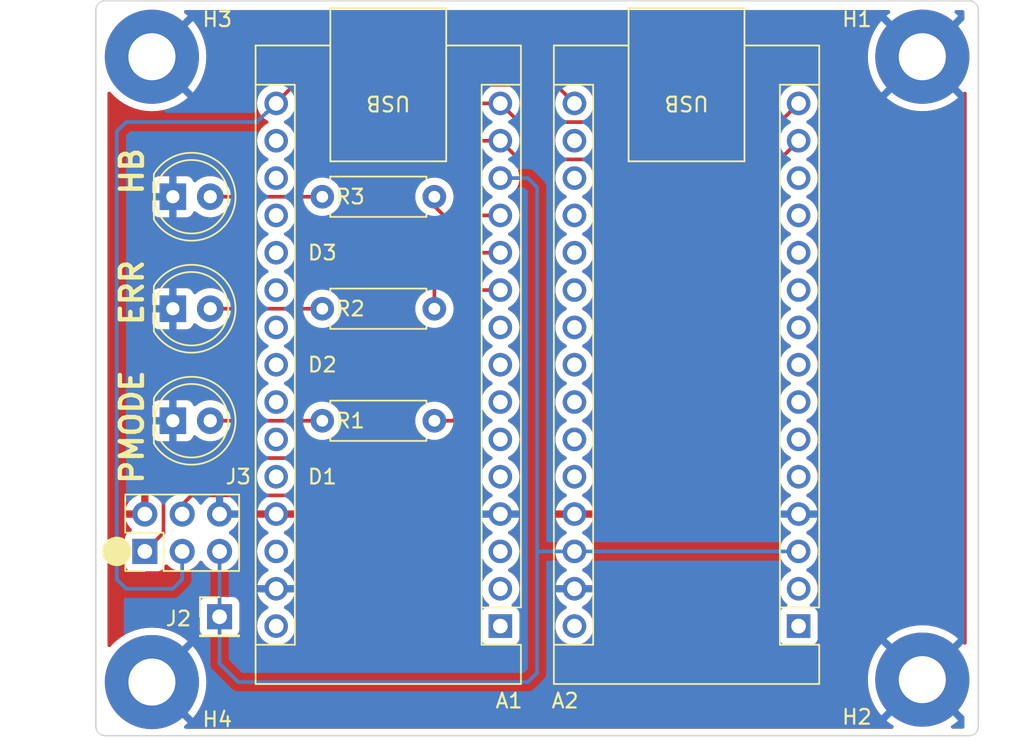
<source format=kicad_pcb>
(kicad_pcb (version 20221018) (generator pcbnew)
  (layers (0 "F.Cu" signal) (31 "B.Cu" signal) (34 "B.Paste" user) (35 "F.Paste" user) (36 "B.SilkS" user "B.Silkscreen") (37 "F.SilkS" user "F.Silkscreen") (38 "B.Mask" user) (39 "F.Mask" user) (44 "Edge.Cuts" user))
  (net 0 "")
  (net 4 "GND")
  (net 10 "Net-(A1-D7)")
  (net 11 "Net-(A1-D8)")
  (net 12 "Net-(A1-D9)")
  (net 13 "D10_RST")
  (net 14 "D11")
  (net 15 "D12")
  (net 16 "D13")
  (net 51 "Net-(D1-A)")
  (net 52 "Net-(D2-A)")
  (net 53 "Net-(D3-A)")
  (net 54 "5V")
  (footprint "Resistor_THT:R_Axial_DIN0207_L6.3mm_D2.5mm_P7.62mm_Horizontal" (layer "F.Cu") (at 102.39 82.55 180)
    (fp_text reference "R3" (at 5.715 0) (layer "F.SilkS"))
    (fp_text value "R_Small")
    (fp_line (start 0.54 -1.37) (end 7.08 -1.37) (stroke (width 0.12)) (layer "F.SilkS"))
    (fp_line (start 0.54 -1.04) (end 0.54 -1.37) (stroke (width 0.12)) (layer "F.SilkS"))
    (fp_line (start 0.54 1.04) (end 0.54 1.37) (stroke (width 0.12)) (layer "F.SilkS"))
    (fp_line (start 0.54 1.37) (end 7.08 1.37) (stroke (width 0.12)) (layer "F.SilkS"))
    (fp_line (start 7.08 -1.37) (end 7.08 -1.04) (stroke (width 0.12)) (layer "F.SilkS"))
    (fp_line (start 7.08 1.37) (end 7.08 1.04) (stroke (width 0.12)) (layer "F.SilkS"))
    (pad "1" thru_hole circle (at 0 0 180) (size 1.6 1.6) (drill 0.8) (layers "*.Cu" "*.Mask") (net 12 "Net-(A1-D9)"))
    (pad "2" thru_hole oval (at 7.62 0 180) (size 1.6 1.6) (drill 0.8) (layers "*.Cu" "*.Mask") (net 53 "Net-(D3-A)"))
  )
  (footprint "MountingHole:MountingHole_3.2mm_M3_Pad" (layer "F.Cu") (at 135.565 115.405)
    (fp_text reference "H2" (at -4.445 2.54) (layer "F.SilkS"))
    (fp_text value "MountingHole_Pad")
    (pad "1" thru_hole circle locked (at 0 0) (size 6.4 6.4) (drill 3.2) (layers "*.Cu" "*.Mask") (net 4 "GND"))
  )
  (footprint "Resistor_THT:R_Axial_DIN0207_L6.3mm_D2.5mm_P7.62mm_Horizontal" (layer "F.Cu") (at 94.77 97.79)
    (fp_text reference "R1" (at 1.905 0) (layer "F.SilkS"))
    (fp_text value "R_Small")
    (fp_line (start 0.54 -1.37) (end 7.08 -1.37) (stroke (width 0.12)) (layer "F.SilkS"))
    (fp_line (start 0.54 -1.04) (end 0.54 -1.37) (stroke (width 0.12)) (layer "F.SilkS"))
    (fp_line (start 0.54 1.04) (end 0.54 1.37) (stroke (width 0.12)) (layer "F.SilkS"))
    (fp_line (start 0.54 1.37) (end 7.08 1.37) (stroke (width 0.12)) (layer "F.SilkS"))
    (fp_line (start 7.08 -1.37) (end 7.08 -1.04) (stroke (width 0.12)) (layer "F.SilkS"))
    (fp_line (start 7.08 1.37) (end 7.08 1.04) (stroke (width 0.12)) (layer "F.SilkS"))
    (pad "1" thru_hole circle (at 0 0) (size 1.6 1.6) (drill 0.8) (layers "*.Cu" "*.Mask") (net 51 "Net-(D1-A)"))
    (pad "2" thru_hole oval (at 7.62 0) (size 1.6 1.6) (drill 0.8) (layers "*.Cu" "*.Mask") (net 10 "Net-(A1-D7)"))
  )
  (footprint "LED_THT:LED_D5.0mm" (layer "F.Cu") (at 84.61 97.79)
    (fp_text reference "D1" (at 10.16 3.81) (layer "F.SilkS"))
    (fp_text value "LED")
    (fp_line (start -1.29 -1.545) (end -1.29 1.545) (stroke (width 0.12)) (layer "F.SilkS"))
    (fp_arc (start -1.29 -1.54483) (mid 2.072002 -2.880433) (end 4.26 0.000462) (stroke (width 0.12)) (layer "F.SilkS"))
    (fp_arc (start 4.26 -0.000462) (mid 2.072002 2.880433) (end -1.29 1.54483) (stroke (width 0.12)) (layer "F.SilkS"))
    (fp_circle (center 1.27 0) (end 3.77 0) (stroke (width 0.12)) (fill none) (layer "F.SilkS"))
    (pad "1" thru_hole rect (at 0 0) (size 1.8 1.8) (drill 0.9) (layers "*.Cu" "*.Mask") (net 4 "GND"))
    (pad "2" thru_hole circle (at 2.54 0) (size 1.8 1.8) (drill 0.9) (layers "*.Cu" "*.Mask") (net 51 "Net-(D1-A)"))
  )
  (footprint "LED_THT:LED_D5.0mm" (layer "F.Cu") (at 84.61 82.55)
    (fp_text reference "D3" (at 10.16 3.81) (layer "F.SilkS"))
    (fp_text value "LED")
    (fp_line (start -1.29 -1.545) (end -1.29 1.545) (stroke (width 0.12)) (layer "F.SilkS"))
    (fp_arc (start -1.29 -1.54483) (mid 2.072002 -2.880433) (end 4.26 0.000462) (stroke (width 0.12)) (layer "F.SilkS"))
    (fp_arc (start 4.26 -0.000462) (mid 2.072002 2.880433) (end -1.29 1.54483) (stroke (width 0.12)) (layer "F.SilkS"))
    (fp_circle (center 1.27 0) (end 3.77 0) (stroke (width 0.12)) (fill none) (layer "F.SilkS"))
    (pad "1" thru_hole rect (at 0 0) (size 1.8 1.8) (drill 0.9) (layers "*.Cu" "*.Mask") (net 4 "GND"))
    (pad "2" thru_hole circle (at 2.54 0) (size 1.8 1.8) (drill 0.9) (layers "*.Cu" "*.Mask") (net 53 "Net-(D3-A)"))
  )
  (footprint "Connector_PinHeader_2.54mm:PinHeader_1x01_P2.54mm_Vertical" (layer "F.Cu") (at 87.785 111.125)
    (fp_text reference "J2" (at -2.794 0.127) (layer "F.SilkS"))
    (fp_text value "Conn_01x01_Socket")
    (fp_line (start -1.33 -1.33) (end 0 -1.33) (stroke (width 0.12)) (layer "F.SilkS"))
    (fp_line (start -1.33 0) (end -1.33 -1.33) (stroke (width 0.12)) (layer "F.SilkS"))
    (fp_line (start -1.33 1.27) (end -1.33 1.33) (stroke (width 0.12)) (layer "F.SilkS"))
    (fp_line (start -1.33 1.27) (end 1.33 1.27) (stroke (width 0.12)) (layer "F.SilkS"))
    (fp_line (start -1.33 1.33) (end 1.33 1.33) (stroke (width 0.12)) (layer "F.SilkS"))
    (fp_line (start 1.33 1.27) (end 1.33 1.33) (stroke (width 0.12)) (layer "F.SilkS"))
    (pad "1" thru_hole rect (at 0 0) (size 1.7 1.7) (drill 1) (layers "*.Cu" "*.Mask") (net 13 "D10_RST"))
  )
  (footprint "Module:Arduino_Nano" (layer "F.Cu") (at 106.875 111.76 180)
    (fp_text reference "A1" (at -0.595 -5.08) (layer "F.SilkS"))
    (fp_text value "Arduino_Nano_v3.x")
    (fp_text user "USB" (at 7.62 35.56 180 unlocked) (layer "F.SilkS"))
    (fp_line (start -1.4 -3.94) (end -1.4 -1.27) (stroke (width 0.12)) (layer "F.SilkS"))
    (fp_line (start -1.4 1.27) (end -1.4 39.5) (stroke (width 0.12)) (layer "F.SilkS"))
    (fp_line (start -1.4 39.5) (end 3.68 39.5) (stroke (width 0.12)) (layer "F.SilkS"))
    (fp_line (start 1.27 -1.27) (end -1.4 -1.27) (stroke (width 0.12)) (layer "F.SilkS"))
    (fp_line (start 1.27 1.27) (end -1.4 1.27) (stroke (width 0.12)) (layer "F.SilkS"))
    (fp_line (start 1.27 1.27) (end 1.27 -1.27) (stroke (width 0.12)) (layer "F.SilkS"))
    (fp_line (start 1.27 1.27) (end 1.27 36.83) (stroke (width 0.12)) (layer "F.SilkS"))
    (fp_line (start 1.27 36.83) (end -1.4 36.83) (stroke (width 0.12)) (layer "F.SilkS"))
    (fp_line (start 3.68 31.62) (end 11.56 31.62) (stroke (width 0.12)) (layer "F.SilkS"))
    (fp_line (start 3.68 42.04) (end 3.68 31.62) (stroke (width 0.12)) (layer "F.SilkS"))
    (fp_line (start 11.56 31.62) (end 11.56 42.04) (stroke (width 0.12)) (layer "F.SilkS"))
    (fp_line (start 11.56 42.04) (end 3.68 42.04) (stroke (width 0.12)) (layer "F.SilkS"))
    (fp_line (start 13.97 -1.27) (end 13.97 36.83) (stroke (width 0.12)) (layer "F.SilkS"))
    (fp_line (start 13.97 -1.27) (end 16.64 -1.27) (stroke (width 0.12)) (layer "F.SilkS"))
    (fp_line (start 13.97 36.83) (end 16.64 36.83) (stroke (width 0.12)) (layer "F.SilkS"))
    (fp_line (start 16.64 -3.94) (end -1.4 -3.94) (stroke (width 0.12)) (layer "F.SilkS"))
    (fp_line (start 16.64 39.5) (end 11.56 39.5) (stroke (width 0.12)) (layer "F.SilkS"))
    (fp_line (start 16.64 39.5) (end 16.64 -3.94) (stroke (width 0.12)) (layer "F.SilkS"))
    (pad "1" thru_hole rect (at 0 0 180) (size 1.6 1.6) (drill 1) (layers "*.Cu" "*.Mask"))
    (pad "2" thru_hole oval (at 0 2.54 180) (size 1.6 1.6) (drill 1) (layers "*.Cu" "*.Mask"))
    (pad "3" thru_hole oval (at 0 5.08 180) (size 1.6 1.6) (drill 1) (layers "*.Cu" "*.Mask"))
    (pad "4" thru_hole oval (at 0 7.62 180) (size 1.6 1.6) (drill 1) (layers "*.Cu" "*.Mask") (net 4 "GND"))
    (pad "5" thru_hole oval (at 0 10.16 180) (size 1.6 1.6) (drill 1) (layers "*.Cu" "*.Mask"))
    (pad "6" thru_hole oval (at 0 12.7 180) (size 1.6 1.6) (drill 1) (layers "*.Cu" "*.Mask"))
    (pad "7" thru_hole oval (at 0 15.24 180) (size 1.6 1.6) (drill 1) (layers "*.Cu" "*.Mask"))
    (pad "8" thru_hole oval (at 0 17.78 180) (size 1.6 1.6) (drill 1) (layers "*.Cu" "*.Mask"))
    (pad "9" thru_hole oval (at 0 20.32 180) (size 1.6 1.6) (drill 1) (layers "*.Cu" "*.Mask"))
    (pad "10" thru_hole oval (at 0 22.86 180) (size 1.6 1.6) (drill 1) (layers "*.Cu" "*.Mask") (net 10 "Net-(A1-D7)"))
    (pad "11" thru_hole oval (at 0 25.4 180) (size 1.6 1.6) (drill 1) (layers "*.Cu" "*.Mask") (net 11 "Net-(A1-D8)"))
    (pad "12" thru_hole oval (at 0 27.94 180) (size 1.6 1.6) (drill 1) (layers "*.Cu" "*.Mask") (net 12 "Net-(A1-D9)"))
    (pad "13" thru_hole oval (at 0 30.48 180) (size 1.6 1.6) (drill 1) (layers "*.Cu" "*.Mask") (net 13 "D10_RST"))
    (pad "14" thru_hole oval (at 0 33.02 180) (size 1.6 1.6) (drill 1) (layers "*.Cu" "*.Mask") (net 14 "D11"))
    (pad "15" thru_hole oval (at 0 35.56 180) (size 1.6 1.6) (drill 1) (layers "*.Cu" "*.Mask") (net 15 "D12"))
    (pad "16" thru_hole oval (at 15.24 35.56 180) (size 1.6 1.6) (drill 1) (layers "*.Cu" "*.Mask") (net 16 "D13"))
    (pad "17" thru_hole oval (at 15.24 33.02 180) (size 1.6 1.6) (drill 1) (layers "*.Cu" "*.Mask"))
    (pad "18" thru_hole oval (at 15.24 30.48 180) (size 1.6 1.6) (drill 1) (layers "*.Cu" "*.Mask"))
    (pad "19" thru_hole oval (at 15.24 27.94 180) (size 1.6 1.6) (drill 1) (layers "*.Cu" "*.Mask"))
    (pad "20" thru_hole oval (at 15.24 25.4 180) (size 1.6 1.6) (drill 1) (layers "*.Cu" "*.Mask"))
    (pad "21" thru_hole oval (at 15.24 22.86 180) (size 1.6 1.6) (drill 1) (layers "*.Cu" "*.Mask"))
    (pad "22" thru_hole oval (at 15.24 20.32 180) (size 1.6 1.6) (drill 1) (layers "*.Cu" "*.Mask"))
    (pad "23" thru_hole oval (at 15.24 17.78 180) (size 1.6 1.6) (drill 1) (layers "*.Cu" "*.Mask"))
    (pad "24" thru_hole oval (at 15.24 15.24 180) (size 1.6 1.6) (drill 1) (layers "*.Cu" "*.Mask"))
    (pad "25" thru_hole oval (at 15.24 12.7 180) (size 1.6 1.6) (drill 1) (layers "*.Cu" "*.Mask"))
    (pad "26" thru_hole oval (at 15.24 10.16 180) (size 1.6 1.6) (drill 1) (layers "*.Cu" "*.Mask"))
    (pad "27" thru_hole oval (at 15.24 7.62 180) (size 1.6 1.6) (drill 1) (layers "*.Cu" "*.Mask") (net 54 "5V"))
    (pad "28" thru_hole oval (at 15.24 5.08 180) (size 1.6 1.6) (drill 1) (layers "*.Cu" "*.Mask"))
    (pad "29" thru_hole oval (at 15.24 2.54 180) (size 1.6 1.6) (drill 1) (layers "*.Cu" "*.Mask") (net 4 "GND"))
    (pad "30" thru_hole oval (at 15.24 0 180) (size 1.6 1.6) (drill 1) (layers "*.Cu" "*.Mask"))
  )
  (footprint "LED_THT:LED_D5.0mm" (layer "F.Cu") (at 84.61 90.17)
    (fp_text reference "D2" (at 10.16 3.81) (layer "F.SilkS"))
    (fp_text value "LED")
    (fp_line (start -1.29 -1.545) (end -1.29 1.545) (stroke (width 0.12)) (layer "F.SilkS"))
    (fp_arc (start -1.29 -1.54483) (mid 2.072002 -2.880433) (end 4.26 0.000462) (stroke (width 0.12)) (layer "F.SilkS"))
    (fp_arc (start 4.26 -0.000462) (mid 2.072002 2.880433) (end -1.29 1.54483) (stroke (width 0.12)) (layer "F.SilkS"))
    (fp_circle (center 1.27 0) (end 3.77 0) (stroke (width 0.12)) (fill none) (layer "F.SilkS"))
    (pad "1" thru_hole rect (at 0 0) (size 1.8 1.8) (drill 0.9) (layers "*.Cu" "*.Mask") (net 4 "GND"))
    (pad "2" thru_hole circle (at 2.54 0) (size 1.8 1.8) (drill 0.9) (layers "*.Cu" "*.Mask") (net 52 "Net-(D2-A)"))
  )
  (footprint "Resistor_THT:R_Axial_DIN0207_L6.3mm_D2.5mm_P7.62mm_Horizontal" (layer "F.Cu") (at 102.39 90.17 180)
    (fp_text reference "R2" (at 5.715 0) (layer "F.SilkS"))
    (fp_text value "R_Small")
    (fp_line (start 0.54 -1.37) (end 7.08 -1.37) (stroke (width 0.12)) (layer "F.SilkS"))
    (fp_line (start 0.54 -1.04) (end 0.54 -1.37) (stroke (width 0.12)) (layer "F.SilkS"))
    (fp_line (start 0.54 1.04) (end 0.54 1.37) (stroke (width 0.12)) (layer "F.SilkS"))
    (fp_line (start 0.54 1.37) (end 7.08 1.37) (stroke (width 0.12)) (layer "F.SilkS"))
    (fp_line (start 7.08 -1.37) (end 7.08 -1.04) (stroke (width 0.12)) (layer "F.SilkS"))
    (fp_line (start 7.08 1.37) (end 7.08 1.04) (stroke (width 0.12)) (layer "F.SilkS"))
    (pad "1" thru_hole circle (at 0 0 180) (size 1.6 1.6) (drill 0.8) (layers "*.Cu" "*.Mask") (net 11 "Net-(A1-D8)"))
    (pad "2" thru_hole oval (at 7.62 0 180) (size 1.6 1.6) (drill 0.8) (layers "*.Cu" "*.Mask") (net 52 "Net-(D2-A)"))
  )
  (footprint "Module:Arduino_Nano" (layer "F.Cu") (at 127.155 111.76 180)
    (fp_text reference "A2" (at 15.875 -5.08) (layer "F.SilkS"))
    (fp_text value "Arduino_Nano_v3.x")
    (fp_text user "USB" (at 7.62 35.56 180 unlocked) (layer "F.SilkS"))
    (fp_line (start -1.4 -3.94) (end -1.4 -1.27) (stroke (width 0.12)) (layer "F.SilkS"))
    (fp_line (start -1.4 1.27) (end -1.4 39.5) (stroke (width 0.12)) (layer "F.SilkS"))
    (fp_line (start -1.4 39.5) (end 3.68 39.5) (stroke (width 0.12)) (layer "F.SilkS"))
    (fp_line (start 1.27 -1.27) (end -1.4 -1.27) (stroke (width 0.12)) (layer "F.SilkS"))
    (fp_line (start 1.27 1.27) (end -1.4 1.27) (stroke (width 0.12)) (layer "F.SilkS"))
    (fp_line (start 1.27 1.27) (end 1.27 -1.27) (stroke (width 0.12)) (layer "F.SilkS"))
    (fp_line (start 1.27 1.27) (end 1.27 36.83) (stroke (width 0.12)) (layer "F.SilkS"))
    (fp_line (start 1.27 36.83) (end -1.4 36.83) (stroke (width 0.12)) (layer "F.SilkS"))
    (fp_line (start 3.68 31.62) (end 11.56 31.62) (stroke (width 0.12)) (layer "F.SilkS"))
    (fp_line (start 3.68 42.04) (end 3.68 31.62) (stroke (width 0.12)) (layer "F.SilkS"))
    (fp_line (start 11.56 31.62) (end 11.56 42.04) (stroke (width 0.12)) (layer "F.SilkS"))
    (fp_line (start 11.56 42.04) (end 3.68 42.04) (stroke (width 0.12)) (layer "F.SilkS"))
    (fp_line (start 13.97 -1.27) (end 13.97 36.83) (stroke (width 0.12)) (layer "F.SilkS"))
    (fp_line (start 13.97 -1.27) (end 16.64 -1.27) (stroke (width 0.12)) (layer "F.SilkS"))
    (fp_line (start 13.97 36.83) (end 16.64 36.83) (stroke (width 0.12)) (layer "F.SilkS"))
    (fp_line (start 16.64 -3.94) (end -1.4 -3.94) (stroke (width 0.12)) (layer "F.SilkS"))
    (fp_line (start 16.64 39.5) (end 11.56 39.5) (stroke (width 0.12)) (layer "F.SilkS"))
    (fp_line (start 16.64 39.5) (end 16.64 -3.94) (stroke (width 0.12)) (layer "F.SilkS"))
    (pad "1" thru_hole rect (at 0 0 180) (size 1.6 1.6) (drill 1) (layers "*.Cu" "*.Mask"))
    (pad "2" thru_hole oval (at 0 2.54 180) (size 1.6 1.6) (drill 1) (layers "*.Cu" "*.Mask"))
    (pad "3" thru_hole oval (at 0 5.08 180) (size 1.6 1.6) (drill 1) (layers "*.Cu" "*.Mask") (net 13 "D10_RST"))
    (pad "4" thru_hole oval (at 0 7.62 180) (size 1.6 1.6) (drill 1) (layers "*.Cu" "*.Mask") (net 4 "GND"))
    (pad "5" thru_hole oval (at 0 10.16 180) (size 1.6 1.6) (drill 1) (layers "*.Cu" "*.Mask"))
    (pad "6" thru_hole oval (at 0 12.7 180) (size 1.6 1.6) (drill 1) (layers "*.Cu" "*.Mask"))
    (pad "7" thru_hole oval (at 0 15.24 180) (size 1.6 1.6) (drill 1) (layers "*.Cu" "*.Mask"))
    (pad "8" thru_hole oval (at 0 17.78 180) (size 1.6 1.6) (drill 1) (layers "*.Cu" "*.Mask"))
    (pad "9" thru_hole oval (at 0 20.32 180) (size 1.6 1.6) (drill 1) (layers "*.Cu" "*.Mask"))
    (pad "10" thru_hole oval (at 0 22.86 180) (size 1.6 1.6) (drill 1) (layers "*.Cu" "*.Mask"))
    (pad "11" thru_hole oval (at 0 25.4 180) (size 1.6 1.6) (drill 1) (layers "*.Cu" "*.Mask"))
    (pad "12" thru_hole oval (at 0 27.94 180) (size 1.6 1.6) (drill 1) (layers "*.Cu" "*.Mask"))
    (pad "13" thru_hole oval (at 0 30.48 180) (size 1.6 1.6) (drill 1) (layers "*.Cu" "*.Mask"))
    (pad "14" thru_hole oval (at 0 33.02 180) (size 1.6 1.6) (drill 1) (layers "*.Cu" "*.Mask") (net 14 "D11"))
    (pad "15" thru_hole oval (at 0 35.56 180) (size 1.6 1.6) (drill 1) (layers "*.Cu" "*.Mask") (net 15 "D12"))
    (pad "16" thru_hole oval (at 15.24 35.56 180) (size 1.6 1.6) (drill 1) (layers "*.Cu" "*.Mask") (net 16 "D13"))
    (pad "17" thru_hole oval (at 15.24 33.02 180) (size 1.6 1.6) (drill 1) (layers "*.Cu" "*.Mask"))
    (pad "18" thru_hole oval (at 15.24 30.48 180) (size 1.6 1.6) (drill 1) (layers "*.Cu" "*.Mask"))
    (pad "19" thru_hole oval (at 15.24 27.94 180) (size 1.6 1.6) (drill 1) (layers "*.Cu" "*.Mask"))
    (pad "20" thru_hole oval (at 15.24 25.4 180) (size 1.6 1.6) (drill 1) (layers "*.Cu" "*.Mask"))
    (pad "21" thru_hole oval (at 15.24 22.86 180) (size 1.6 1.6) (drill 1) (layers "*.Cu" "*.Mask"))
    (pad "22" thru_hole oval (at 15.24 20.32 180) (size 1.6 1.6) (drill 1) (layers "*.Cu" "*.Mask"))
    (pad "23" thru_hole oval (at 15.24 17.78 180) (size 1.6 1.6) (drill 1) (layers "*.Cu" "*.Mask"))
    (pad "24" thru_hole oval (at 15.24 15.24 180) (size 1.6 1.6) (drill 1) (layers "*.Cu" "*.Mask"))
    (pad "25" thru_hole oval (at 15.24 12.7 180) (size 1.6 1.6) (drill 1) (layers "*.Cu" "*.Mask"))
    (pad "26" thru_hole oval (at 15.24 10.16 180) (size 1.6 1.6) (drill 1) (layers "*.Cu" "*.Mask"))
    (pad "27" thru_hole oval (at 15.24 7.62 180) (size 1.6 1.6) (drill 1) (layers "*.Cu" "*.Mask") (net 54 "5V"))
    (pad "28" thru_hole oval (at 15.24 5.08 180) (size 1.6 1.6) (drill 1) (layers "*.Cu" "*.Mask") (net 13 "D10_RST"))
    (pad "29" thru_hole oval (at 15.24 2.54 180) (size 1.6 1.6) (drill 1) (layers "*.Cu" "*.Mask") (net 4 "GND"))
    (pad "30" thru_hole oval (at 15.24 0 180) (size 1.6 1.6) (drill 1) (layers "*.Cu" "*.Mask"))
  )
  (footprint "MountingHole:MountingHole_3.2mm_M3_Pad" (layer "F.Cu") (at 135.565 73.025)
    (fp_text reference "H1" (at -4.445 -2.54) (layer "F.SilkS"))
    (fp_text value "MountingHole_Pad")
    (pad "1" thru_hole circle locked (at 0 0) (size 6.4 6.4) (drill 3.2) (layers "*.Cu" "*.Mask") (net 4 "GND"))
  )
  (footprint "MountingHole:MountingHole_3.2mm_M3_Pad" (layer "F.Cu") (at 83.185 115.57)
    (fp_text reference "H4" (at 4.445 2.54) (layer "F.SilkS"))
    (fp_text value "MountingHole_Pad")
    (pad "1" thru_hole circle locked (at 0 0) (size 6.4 6.4) (drill 3.2) (layers "*.Cu" "*.Mask") (net 4 "GND"))
  )
  (footprint "Connector_PinHeader_2.54mm:PinHeader_2x03_P2.54mm_Vertical" (layer "F.Cu") (at 82.705 106.68 90)
    (fp_text reference "J3" (at 5.08 6.35) (layer "F.SilkS"))
    (fp_text value "Conn_02x03_Odd_Even")
    (fp_line (start -1.33 -1.33) (end 0 -1.33) (stroke (width 0.12)) (layer "F.SilkS"))
    (fp_line (start -1.33 0) (end -1.33 -1.33) (stroke (width 0.12)) (layer "F.SilkS"))
    (fp_line (start -1.33 1.27) (end -1.33 6.41) (stroke (width 0.12)) (layer "F.SilkS"))
    (fp_line (start -1.33 1.27) (end 1.27 1.27) (stroke (width 0.12)) (layer "F.SilkS"))
    (fp_line (start -1.33 6.41) (end 3.87 6.41) (stroke (width 0.12)) (layer "F.SilkS"))
    (fp_line (start 1.27 -1.33) (end 3.87 -1.33) (stroke (width 0.12)) (layer "F.SilkS"))
    (fp_line (start 1.27 1.27) (end 1.27 -1.33) (stroke (width 0.12)) (layer "F.SilkS"))
    (fp_line (start 3.87 -1.33) (end 3.87 6.41) (stroke (width 0.12)) (layer "F.SilkS"))
    (pad "1" thru_hole rect (at 0 0 90) (size 1.7 1.7) (drill 1) (layers "*.Cu" "*.Mask") (net 15 "D12"))
    (pad "2" thru_hole oval (at 2.54 0 90) (size 1.7 1.7) (drill 1) (layers "*.Cu" "*.Mask") (net 54 "5V"))
    (pad "3" thru_hole oval (at 0 2.54 90) (size 1.7 1.7) (drill 1) (layers "*.Cu" "*.Mask") (net 16 "D13"))
    (pad "4" thru_hole oval (at 2.54 2.54 90) (size 1.7 1.7) (drill 1) (layers "*.Cu" "*.Mask") (net 14 "D11"))
    (pad "5" thru_hole oval (at 0 5.08 90) (size 1.7 1.7) (drill 1) (layers "*.Cu" "*.Mask") (net 13 "D10_RST"))
    (pad "6" thru_hole oval (at 2.54 5.08 90) (size 1.7 1.7) (drill 1) (layers "*.Cu" "*.Mask") (net 4 "GND"))
  )
  (footprint "MountingHole:MountingHole_3.2mm_M3_Pad" (layer "F.Cu") (at 83.185 73.025)
    (fp_text reference "H3" (at 4.445 -2.54) (layer "F.SilkS"))
    (fp_text value "MountingHole_Pad")
    (pad "1" thru_hole circle locked (at 0 0) (size 6.4 6.4) (drill 3.2) (layers "*.Cu" "*.Mask") (net 4 "GND"))
  )
  (gr_circle (center 80.8 106.68) (end 81.698026 106.68) (stroke (width 0.2)) (fill solid) (layer "F.SilkS"))
  (gr_arc locked (start 80.01 119.215) (mid 79.560987 119.029013) (end 79.375 118.58) (stroke (width 0.1)) (layer "Edge.Cuts"))
  (gr_arc locked (start 139.375 118.58) (mid 139.189013 119.029013) (end 138.74 119.215) (stroke (width 0.1)) (layer "Edge.Cuts"))
  (gr_arc locked (start 79.375 69.85) (mid 79.560987 69.400987) (end 80.01 69.215) (stroke (width 0.1)) (layer "Edge.Cuts"))
  (gr_line locked (start 80.01 119.215) (end 138.74 119.215) (stroke (width 0.1)) (layer "Edge.Cuts"))
  (gr_line locked (start 138.74 69.215) (end 80.01 69.215) (stroke (width 0.1)) (layer "Edge.Cuts"))
  (gr_line locked (start 139.375 118.58) (end 139.375 69.85) (stroke (width 0.1)) (layer "Edge.Cuts"))
  (gr_line locked (start 79.375 69.85) (end 79.375 118.58) (stroke (width 0.1)) (layer "Edge.Cuts"))
  (gr_arc locked (start 138.74 69.215) (mid 139.189013 69.400987) (end 139.375 69.85) (stroke (width 0.1)) (layer "Edge.Cuts"))
  (gr_text "ERR" (at 82.705 91.44 90) (layer "F.SilkS") (effects (font (size 1.5 1.5) (thickness 0.3) bold) (justify left bottom)))
  (gr_text "PMODE" (at 82.705 102.235 90) (layer "F.SilkS") (effects (font (size 1.5 1.5) (thickness 0.3) bold) (justify left bottom)))
  (gr_text "HB" (at 82.705 82.55 90) (layer "F.SilkS") (effects (font (size 1.5 1.5) (thickness 0.3) bold) (justify left bottom)))
  (segment (start 102.39 97.79) (end 103.66 97.79) (width 0.25) (layer "F.Cu") (net 10))
  (segment (start 104.93 88.9) (end 106.875 88.9) (width 0.25) (layer "F.Cu") (net 10))
  (segment (start 104.295 97.155) (end 104.295 89.535) (width 0.25) (layer "F.Cu") (net 10))
  (segment (start 103.66 97.79) (end 104.295 97.155) (width 0.25) (layer "F.Cu") (net 10))
  (segment (start 104.295 89.535) (end 104.93 88.9) (width 0.25) (layer "F.Cu") (net 10))
  (segment (start 102.39 90.17) (end 102.39 86.995) (width 0.25) (layer "F.Cu") (net 11))
  (segment (start 102.39 86.995) (end 103.025 86.36) (width 0.25) (layer "F.Cu") (net 11))
  (segment (start 103.025 86.36) (end 106.875 86.36) (width 0.25) (layer "F.Cu") (net 11))
  (segment (start 103.025 83.82) (end 106.875 83.82) (width 0.25) (layer "F.Cu") (net 12))
  (segment (start 102.39 83.185) (end 103.025 83.82) (width 0.25) (layer "F.Cu") (net 12))
  (segment (start 102.39 82.55) (end 102.39 83.185) (width 0.25) (layer "F.Cu") (net 12))
  (segment (start 109.375 106.68) (end 111.915 106.68) (width 0.25) (layer "B.Cu") (net 13))
  (segment (start 108.74 81.28) (end 109.375 81.915) (width 0.25) (layer "B.Cu") (net 13))
  (segment (start 111.915 106.68) (end 113.185 106.68) (width 0.25) (layer "B.Cu") (net 13))
  (segment (start 108.74 115.57) (end 109.375 114.935) (width 0.25) (layer "B.Cu") (net 13))
  (segment (start 106.875 81.28) (end 108.74 81.28) (width 0.25) (layer "B.Cu") (net 13))
  (segment (start 87.785 114.3) (end 89.055 115.57) (width 0.25) (layer "B.Cu") (net 13))
  (segment (start 113.185 106.68) (end 127.155 106.68) (width 0.25) (layer "B.Cu") (net 13))
  (segment (start 89.055 115.57) (end 108.74 115.57) (width 0.25) (layer "B.Cu") (net 13))
  (segment (start 109.375 114.935) (end 109.375 106.68) (width 0.25) (layer "B.Cu") (net 13))
  (segment (start 109.375 81.915) (end 109.375 106.68) (width 0.25) (layer "B.Cu") (net 13))
  (segment (start 87.785 114.3) (end 87.785 106.68) (width 0.25) (layer "B.Cu") (net 13))
  (segment (start 111.28 106.68) (end 111.915 106.68) (width 0.25) (layer "B.Cu") (net 13))
  (segment (start 85.245 103.505) (end 85.88 102.87) (width 0.25) (layer "F.Cu") (net 14))
  (segment (start 125.885 80.01) (end 127.155 78.74) (width 0.25) (layer "F.Cu") (net 14))
  (segment (start 85.88 102.87) (end 97.31 102.87) (width 0.25) (layer "F.Cu") (net 14))
  (segment (start 108.145 80.01) (end 125.885 80.01) (width 0.25) (layer "F.Cu") (net 14))
  (segment (start 97.945 102.235) (end 97.945 79.375) (width 0.25) (layer "F.Cu") (net 14))
  (segment (start 85.245 104.14) (end 85.245 103.505) (width 0.25) (layer "F.Cu") (net 14))
  (segment (start 106.875 78.74) (end 108.145 80.01) (width 0.25) (layer "F.Cu") (net 14))
  (segment (start 97.945 79.375) (end 98.58 78.74) (width 0.25) (layer "F.Cu") (net 14))
  (segment (start 98.58 78.74) (end 106.875 78.74) (width 0.25) (layer "F.Cu") (net 14))
  (segment (start 97.31 102.87) (end 97.945 102.235) (width 0.25) (layer "F.Cu") (net 14))
  (segment (start 96.675 99.695) (end 96.675 76.835) (width 0.25) (layer "F.Cu") (net 15))
  (segment (start 106.875 76.2) (end 108.145 77.47) (width 0.25) (layer "F.Cu") (net 15))
  (segment (start 125.885 77.47) (end 127.155 76.2) (width 0.25) (layer "F.Cu") (net 15))
  (segment (start 84.61 100.33) (end 96.04 100.33) (width 0.25) (layer "F.Cu") (net 15))
  (segment (start 108.145 77.47) (end 125.885 77.47) (width 0.25) (layer "F.Cu") (net 15))
  (segment (start 96.675 76.835) (end 97.31 76.2) (width 0.25) (layer "F.Cu") (net 15))
  (segment (start 83.975 100.965) (end 84.61 100.33) (width 0.25) (layer "F.Cu") (net 15))
  (segment (start 83.975 105.41) (end 83.975 100.965) (width 0.25) (layer "F.Cu") (net 15))
  (segment (start 96.04 100.33) (end 96.675 99.695) (width 0.25) (layer "F.Cu") (net 15))
  (segment (start 97.31 76.2) (end 106.875 76.2) (width 0.25) (layer "F.Cu") (net 15))
  (segment (start 82.705 106.68) (end 83.975 105.41) (width 0.25) (layer "F.Cu") (net 15))
  (segment (start 91.635 76.16) (end 92.865 74.93) (width 0.25) (layer "F.Cu") (net 16))
  (segment (start 110.645 74.93) (end 111.915 76.2) (width 0.25) (layer "F.Cu") (net 16))
  (segment (start 91.635 76.2) (end 91.635 76.16) (width 0.25) (layer "F.Cu") (net 16))
  (segment (start 92.865 74.93) (end 110.645 74.93) (width 0.25) (layer "F.Cu") (net 16))
  (segment (start 80.8 78.105) (end 80.8 108.585) (width 0.25) (layer "B.Cu") (net 16))
  (segment (start 80.8 108.585) (end 81.435 109.22) (width 0.25) (layer "B.Cu") (net 16))
  (segment (start 91 76.835) (end 90.96 76.835) (width 0.25) (layer "B.Cu") (net 16))
  (segment (start 90.96 76.835) (end 90.325 77.47) (width 0.25) (layer "B.Cu") (net 16))
  (segment (start 84.61 109.22) (end 85.245 108.585) (width 0.25) (layer "B.Cu") (net 16))
  (segment (start 91.635 76.2) (end 91 76.835) (width 0.25) (layer "B.Cu") (net 16))
  (segment (start 90.325 77.47) (end 81.435 77.47) (width 0.25) (layer "B.Cu") (net 16))
  (segment (start 85.245 108.585) (end 85.245 107.315) (width 0.25) (layer "B.Cu") (net 16))
  (segment (start 81.435 77.47) (end 80.8 78.105) (width 0.25) (layer "B.Cu") (net 16))
  (segment (start 81.435 109.22) (end 84.61 109.22) (width 0.25) (layer "B.Cu") (net 16))
  (segment (start 87.15 97.79) (end 94.77 97.79) (width 0.25) (layer "F.Cu") (net 51))
  (segment (start 87.15 90.17) (end 94.77 90.17) (width 0.25) (layer "F.Cu") (net 52))
  (segment (start 87.15 82.55) (end 94.77 82.55) (width 0.25) (layer "F.Cu") (net 53))
  (zone (net 54) (net_name "5V") (layer "F.Cu") (connect_pads (clearance 0.5)) (min_thickness 0.25) (fill yes (thermal_gap 0.5) (thermal_bridge_width 0.5))
    (polygon (pts (xy 80.165 69.85) (xy 138.585 69.85) (xy 138.585 118.745) (xy 80.165 118.745)))
  )
  (zone (net 4) (net_name "GND") (layer "B.Cu") (priority 1) (connect_pads (clearance 0.5)) (min_thickness 0.25) (fill yes (thermal_gap 0.5) (thermal_bridge_width 0.5))
    (polygon (pts (xy 81.28 69.85) (xy 138.43 69.85) (xy 138.43 118.745) (xy 81.28 118.745)))
  )
)
</source>
